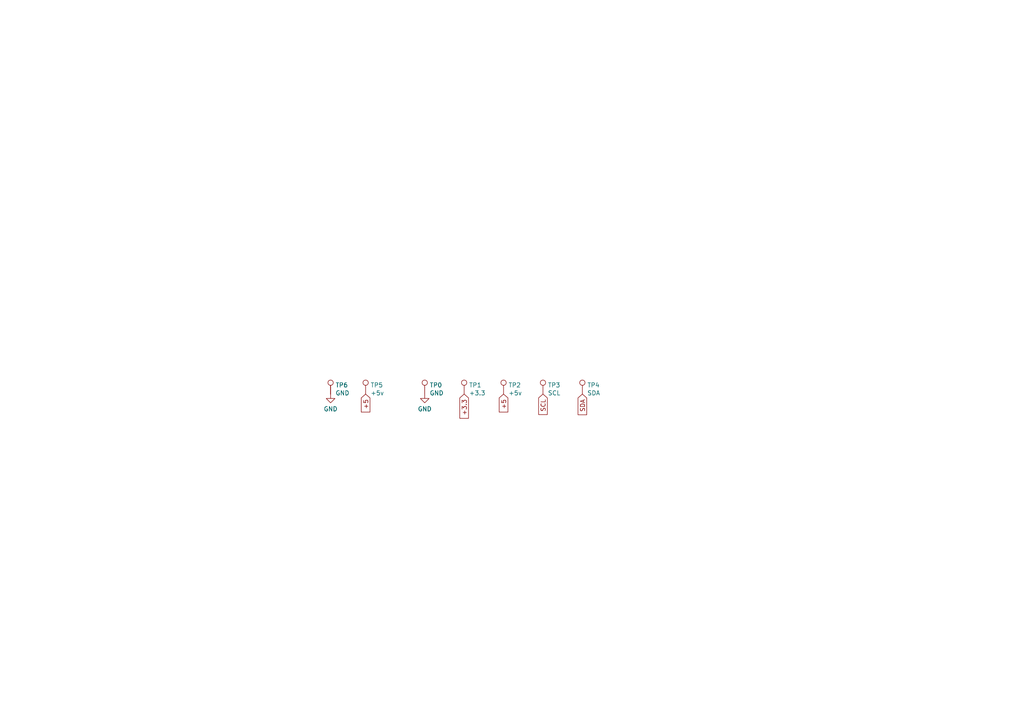
<source format=kicad_sch>
(kicad_sch (version 20210126) (generator eeschema)
  (paper "A4")
  (lib_symbols
    (symbol "Connector:TestPoint" (pin_numbers hide) (pin_names (offset 0.762) hide)
      (property "Reference" "TP" (at 0 6.858 0))
      (property "Value" "TestPoint" (at 0 5.08 0))
      (symbol "TestPoint_0_1"
        (circle (center 0 3.302) (radius 0.762))
      )
      (symbol "TestPoint_1_1"
        (pin passive line (at 0 0 90) (length 2.54) (name "1") (number "1"))
      )
    )
    (symbol "power:GND" (power) (pin_names (offset 0))
      (property "Value" "GND" (at 0 -3.81 0))
      (symbol "GND_0_1"
        (polyline (pts (xy 0 0) (xy 0 -1.27) (xy 1.27 -1.27) (xy 0 -2.54) (xy -1.27 -1.27) (xy 0 -1.27)))
      )
      (symbol "GND_1_1"
        (pin power_in line (at 0 0 270) (length 0) hide (name "GND") (number "1"))
      )
    )
  )
  (global_label "+5" (shape input) (at 106.045 114.3 270) (property "Intersheet References" "${INTERSHEET_REFS}" (effects hide)))
  (global_label "+3.3" (shape input) (at 134.62 114.3 270) (property "Intersheet References" "${INTERSHEET_REFS}" (effects hide)))
  (global_label "+5" (shape input) (at 146.05 114.3 270) (property "Intersheet References" "${INTERSHEET_REFS}" (effects hide)))
  (global_label "SCL" (shape input) (at 157.48 114.3 270) (property "Intersheet References" "${INTERSHEET_REFS}" (effects hide)))
  (global_label "SDA" (shape input) (at 168.91 114.3 270) (property "Intersheet References" "${INTERSHEET_REFS}" (effects hide)))
  (symbol (lib_id "Connector:TestPoint") (at 95.885 114.3 0) (unit 1)
    (property "Reference" "TP6" (at 97.2821 111.6976 0) (effects (justify left)))
    (property "Value" "GND" (at 97.2821 113.9963 0) (effects (justify left)))
    (property "Footprint" "TestPoint:TestPoint_Pad_D1.5mm" (effects hide))
  )
  (symbol (lib_id "Connector:TestPoint") (at 106.045 114.3 0) (unit 1)
    (property "Reference" "TP5" (at 107.4421 111.6976 0) (effects (justify left)))
    (property "Value" "+5v" (at 107.4421 113.9963 0) (effects (justify left)))
    (property "Footprint" "TestPoint:TestPoint_Pad_D1.5mm" (effects hide))
  )
  (symbol (lib_id "Connector:TestPoint") (at 123.19 114.3 0) (unit 1)
    (property "Reference" "TP0" (at 124.5871 111.6976 0) (effects (justify left)))
    (property "Value" "GND" (at 124.5871 113.9963 0) (effects (justify left)))
    (property "Footprint" "TestPoint:TestPoint_Pad_D1.5mm" (effects hide))
  )
  (symbol (lib_id "Connector:TestPoint") (at 134.62 114.3 0) (unit 1)
    (property "Reference" "TP1" (at 136.0171 111.6976 0) (effects (justify left)))
    (property "Value" "+3.3" (at 136.0171 113.9963 0) (effects (justify left)))
    (property "Footprint" "TestPoint:TestPoint_Pad_D1.5mm" (effects hide))
  )
  (symbol (lib_id "Connector:TestPoint") (at 146.05 114.3 0) (unit 1)
    (property "Reference" "TP2" (at 147.4471 111.6976 0) (effects (justify left)))
    (property "Value" "+5v" (at 147.4471 113.9963 0) (effects (justify left)))
    (property "Footprint" "TestPoint:TestPoint_Pad_D1.5mm" (effects hide))
  )
  (symbol (lib_id "Connector:TestPoint") (at 157.48 114.3 0) (unit 1)
    (property "Reference" "TP3" (at 158.8771 111.6976 0) (effects (justify left)))
    (property "Value" "SCL" (at 158.8771 113.9963 0) (effects (justify left)))
    (property "Footprint" "TestPoint:TestPoint_Pad_D1.5mm" (effects hide))
  )
  (symbol (lib_id "Connector:TestPoint") (at 168.91 114.3 0) (unit 1)
    (property "Reference" "TP4" (at 170.3071 111.6976 0) (effects (justify left)))
    (property "Value" "SDA" (at 170.3071 113.9963 0) (effects (justify left)))
    (property "Footprint" "TestPoint:TestPoint_Pad_D1.5mm" (effects hide))
  )
  (symbol (lib_id "power:GND") (at 95.885 114.3 0) (unit 1)
    (property "Reference" "#PWR0108" (effects hide))
    (property "Value" "GND" (at 95.885 118.6244 0))
  )
  (symbol (lib_id "power:GND") (at 123.19 114.3 0) (unit 1)
    (property "Reference" "#PWR0102" (effects hide))
    (property "Value" "GND" (at 123.19 118.6244 0))
  )
)
</source>
